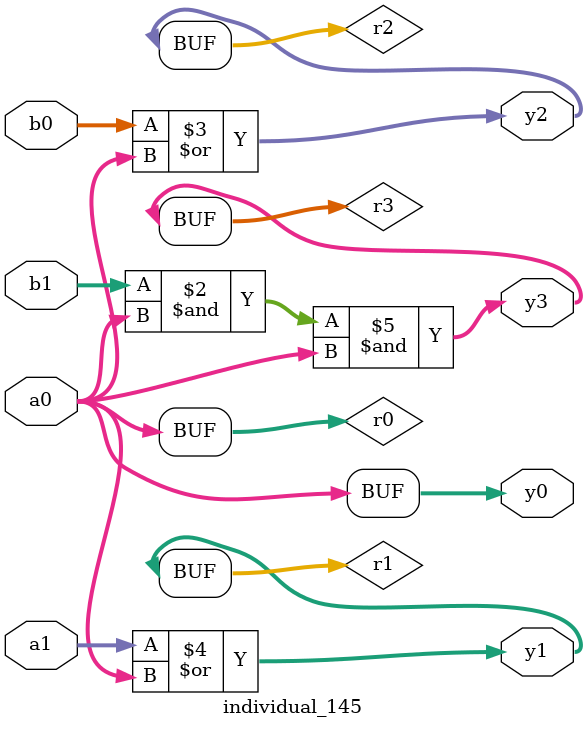
<source format=sv>
module individual_145(input logic [15:0] a1, input logic [15:0] a0, input logic [15:0] b1, input logic [15:0] b0, output logic [15:0] y3, output logic [15:0] y2, output logic [15:0] y1, output logic [15:0] y0);
logic [15:0] r0, r1, r2, r3; 
 always@(*) begin 
	 r0 = a0; r1 = a1; r2 = b0; r3 = b1; 
 	 r3  &=  r0 ;
 	 r2  |=  r0 ;
 	 r1  |=  a0 ;
 	 r3  &=  r0 ;
 	 y3 = r3; y2 = r2; y1 = r1; y0 = r0; 
end
endmodule
</source>
